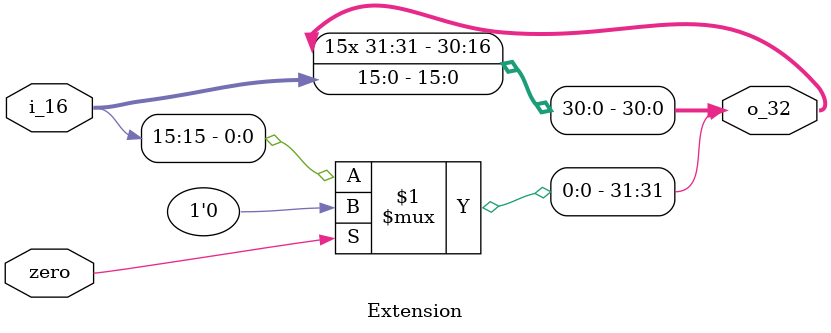
<source format=v>
`timescale 1ns / 1ps
module Extension(zero, i_16, o_32);
	input zero;
	input[15:0] i_16;
	output[31:0] o_32;
	assign o_32 = {{16{zero ? 1'b0 : i_16[15]}},i_16};
endmodule

</source>
